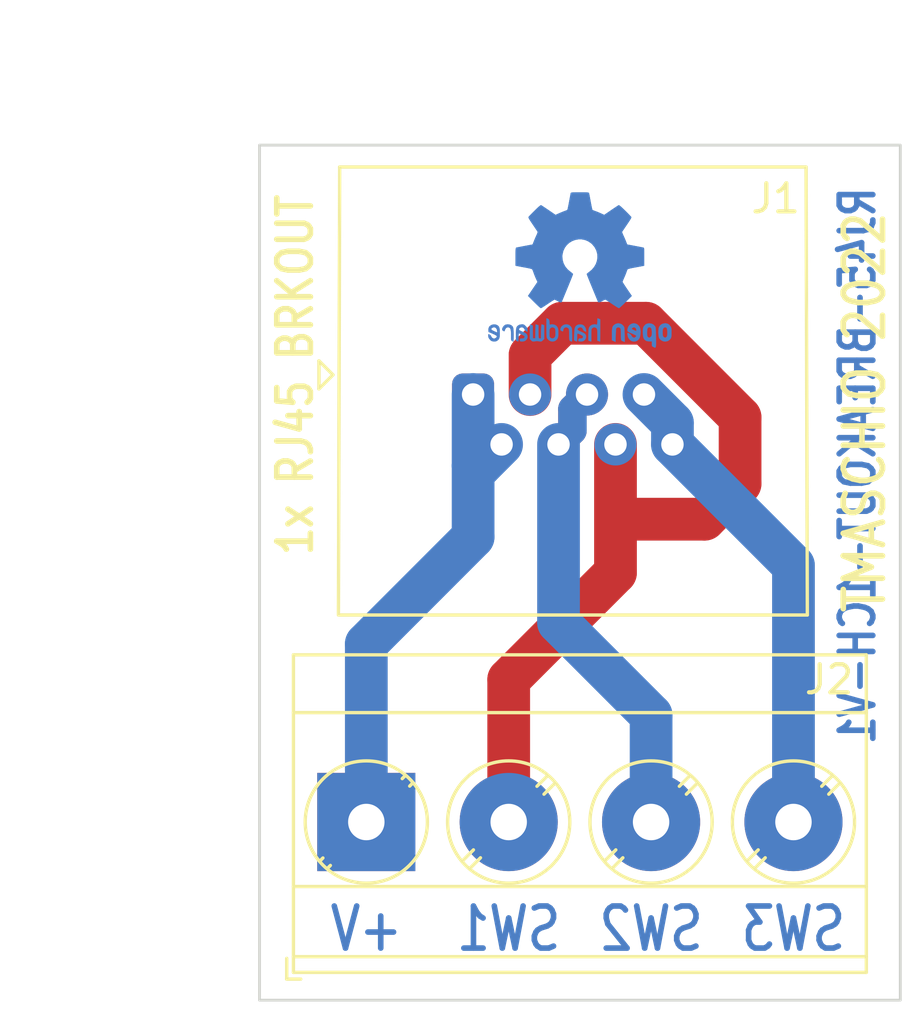
<source format=kicad_pcb>
(kicad_pcb (version 20221018) (generator pcbnew)
  (title_block (title "ESP 6 Relay Module"))
  (layers (0 "F.Cu" signal) (31 "B.Cu" signal) (34 "B.Paste" user) (35 "F.Paste" user) (36 "B.SilkS" user "B.Silkscreen") (37 "F.SilkS" user "F.Silkscreen") (38 "B.Mask" user) (39 "F.Mask" user) (44 "Edge.Cuts" user))
  (net 0 "")
  (net 1 "Net-(J1-Pad1)")
  (net 2 "Net-(J1-Pad3)")
  (net 3 "Net-(J1-Pad4)")
  (net 4 "Net-(J1-Pad7)")
  (footprint "Tales:RJ45_Amphenol_RJHSE5080" (layer "F.Cu") (at 144.78 92.71)
    (fp_text reference "J1" (at 10.795 -6.985) (layer "F.SilkS"))
    (fp_text value "RJ45")
    (fp_line (start -5.5 -1.2) (end -5 -0.7) (stroke (width 0.12)) (layer "F.SilkS"))
    (fp_line (start -5.5 -0.2) (end -5.5 -1.2) (stroke (width 0.12)) (layer "F.SilkS"))
    (fp_line (start -5 -0.7) (end -5.5 -0.2) (stroke (width 0.12)) (layer "F.SilkS"))
    (fp_line (start -4.805 7.86) (end -4.76 -8.11) (stroke (width 0.12)) (layer "F.SilkS"))
    (fp_line (start -4.76 -8.11) (end 11.88 -8.11) (stroke (width 0.12)) (layer "F.SilkS"))
    (fp_line (start -4.76 7.86) (end 11.925 7.86) (stroke (width 0.12)) (layer "F.SilkS"))
    (fp_line (start 11.925 7.86) (end 11.88 -8.11) (stroke (width 0.12)) (layer "F.SilkS"))
    (pad "" np_thru_hole circle (at -2.79 -2.54) (size 3.25 3.25) (drill 3.25) (layers "*.Cu" "*.Mask"))
    (pad "" np_thru_hole circle (at 9.91 -2.54) (size 3.25 3.25) (drill 3.25) (layers "*.Cu" "*.Mask"))
    (pad "1" thru_hole roundrect (at 0 0) (size 1.5 1.5) (drill 0.8) (layers "*.Cu" "*.Mask") (net 1 "Net-(J1-Pad1)"))
    (pad "2" thru_hole circle (at 1.016 1.78) (size 1.5 1.5) (drill 0.8) (layers "*.Cu" "*.Mask") (net 1 "Net-(J1-Pad1)"))
    (pad "3" thru_hole circle (at 2.032 0) (size 1.5 1.5) (drill 0.8) (layers "*.Cu" "*.Mask") (net 2 "Net-(J1-Pad3)"))
    (pad "4" thru_hole circle (at 3.048 1.78) (size 1.5 1.5) (drill 0.8) (layers "*.Cu" "*.Mask") (net 3 "Net-(J1-Pad4)"))
    (pad "5" thru_hole circle (at 4.064 0) (size 1.5 1.5) (drill 0.8) (layers "*.Cu" "*.Mask") (net 3 "Net-(J1-Pad4)"))
    (pad "6" thru_hole circle (at 5.08 1.78) (size 1.5 1.5) (drill 0.8) (layers "*.Cu" "*.Mask") (net 2 "Net-(J1-Pad3)"))
    (pad "7" thru_hole circle (at 6.096 0) (size 1.5 1.5) (drill 0.8) (layers "*.Cu" "*.Mask") (net 4 "Net-(J1-Pad7)"))
    (pad "8" thru_hole circle (at 7.112 1.78) (size 1.5 1.5) (drill 0.8) (layers "*.Cu" "*.Mask") (net 4 "Net-(J1-Pad7)"))
  )
  (footprint "Tales:TerminalBlock_Phoenix_MKDS-3-4-5.08_1x04_P5.08mm_Horizontal" (layer "F.Cu") (at 140.97 107.95)
    (fp_text reference "J2" (at 16.51 -5.08) (layer "F.SilkS"))
    (fp_text value "Screw_Terminal_01x04")
    (fp_line (start -2.84 4.86) (end -2.84 5.6) (stroke (width 0.12)) (layer "F.SilkS"))
    (fp_line (start -2.84 5.6) (end -2.34 5.6) (stroke (width 0.12)) (layer "F.SilkS"))
    (fp_line (start -2.6 -5.96) (end -2.6 5.36) (stroke (width 0.12)) (layer "F.SilkS"))
    (fp_line (start -2.6 -5.96) (end 17.84 -5.96) (stroke (width 0.12)) (layer "F.SilkS"))
    (fp_line (start -2.6 -3.9) (end 17.84 -3.9) (stroke (width 0.12)) (layer "F.SilkS"))
    (fp_line (start -2.6 2.3) (end 17.84 2.3) (stroke (width 0.12)) (layer "F.SilkS"))
    (fp_line (start -2.6 4.8) (end 17.84 4.8) (stroke (width 0.12)) (layer "F.SilkS"))
    (fp_line (start -2.6 5.36) (end 17.84 5.36) (stroke (width 0.12)) (layer "F.SilkS"))
    (fp_line (start -1.548 1.281) (end -1.654 1.388) (stroke (width 0.12)) (layer "F.SilkS"))
    (fp_line (start -1.282 1.547) (end -1.388 1.654) (stroke (width 0.12)) (layer "F.SilkS"))
    (fp_line (start 1.388 -1.654) (end 1.281 -1.547) (stroke (width 0.12)) (layer "F.SilkS"))
    (fp_line (start 1.654 -1.388) (end 1.547 -1.281) (stroke (width 0.12)) (layer "F.SilkS"))
    (fp_line (start 3.822 0.992) (end 3.427 1.388) (stroke (width 0.12)) (layer "F.SilkS"))
    (fp_line (start 4.073 1.274) (end 3.693 1.654) (stroke (width 0.12)) (layer "F.SilkS"))
    (fp_line (start 6.468 -1.654) (end 6.088 -1.274) (stroke (width 0.12)) (layer "F.SilkS"))
    (fp_line (start 6.734 -1.388) (end 6.339 -0.992) (stroke (width 0.12)) (layer "F.SilkS"))
    (fp_line (start 8.902 0.992) (end 8.507 1.388) (stroke (width 0.12)) (layer "F.SilkS"))
    (fp_line (start 9.153 1.274) (end 8.773 1.654) (stroke (width 0.12)) (layer "F.SilkS"))
    (fp_line (start 11.548 -1.654) (end 11.168 -1.274) (stroke (width 0.12)) (layer "F.SilkS"))
    (fp_line (start 11.814 -1.388) (end 11.419 -0.992) (stroke (width 0.12)) (layer "F.SilkS"))
    (fp_line (start 13.982 0.992) (end 13.587 1.388) (stroke (width 0.12)) (layer "F.SilkS"))
    (fp_line (start 14.233 1.274) (end 13.853 1.654) (stroke (width 0.12)) (layer "F.SilkS"))
    (fp_line (start 16.628 -1.654) (end 16.248 -1.274) (stroke (width 0.12)) (layer "F.SilkS"))
    (fp_line (start 16.894 -1.388) (end 16.499 -0.992) (stroke (width 0.12)) (layer "F.SilkS"))
    (fp_line (start 17.84 -5.96) (end 17.84 5.36) (stroke (width 0.12)) (layer "F.SilkS"))
    (fp_circle (center 0 0) (end 2.18 0) (stroke (width 0.12)) (fill none) (layer "F.SilkS"))
    (fp_circle (center 5.08 0) (end 7.26 0) (stroke (width 0.12)) (fill none) (layer "F.SilkS"))
    (fp_circle (center 10.16 0) (end 12.34 0) (stroke (width 0.12)) (fill none) (layer "F.SilkS"))
    (fp_circle (center 15.24 0) (end 17.42 0) (stroke (width 0.12)) (fill none) (layer "F.SilkS"))
    (pad "1" thru_hole rect (at 0 0) (size 3.5 3.5) (drill 1.3) (layers "*.Cu" "*.Mask") (net 1 "Net-(J1-Pad1)"))
    (pad "2" thru_hole circle (at 5.08 0) (size 3.5 3.5) (drill 1.3) (layers "*.Cu" "*.Mask") (net 2 "Net-(J1-Pad3)"))
    (pad "3" thru_hole circle (at 10.16 0) (size 3.5 3.5) (drill 1.3) (layers "*.Cu" "*.Mask") (net 3 "Net-(J1-Pad4)"))
    (pad "4" thru_hole circle (at 15.24 0) (size 3.5 3.5) (drill 1.3) (layers "*.Cu" "*.Mask") (net 4 "Net-(J1-Pad7)"))
  )
  (footprint "Symbol:OSHW-Logo2_7.3x6mm_Copper" (layer "B.Cu") (at 148.59 88.265 180)
    (fp_text reference "REF**" hide)
    (fp_text value "OSHW-Logo2_7.3x6mm_Copper" hide)
    (fp_poly (pts (xy 2.6526 -1.958752) (xy 2.669948 -1.966334) (xy 2.711356 -1.999128) (xy 2.746765 -2.046547) (xy 2.768664 -2.097151) (xy 2.772229 -2.122098) (xy 2.760279 -2.156927) (xy 2.734067 -2.175357) (xy 2.705964 -2.186516) (xy 2.693095 -2.188572) (xy 2.686829 -2.173649) (xy 2.674456 -2.141175) (xy 2.669028 -2.126502) (xy 2.63859 -2.075744) (xy 2.59452 -2.050427) (xy 2.53801 -2.051206) (xy 2.533825 -2.052203) (xy 2.503655 -2.066507) (xy 2.481476 -2.094393) (xy 2.466327 -2.139287) (xy 2.45725 -2.204615) (xy 2.453286 -2.293804) (xy 2.452914 -2.341261) (xy 2.45273 -2.416071) (xy 2.451522 -2.467069) (xy 2.448309 -2.499471) (xy 2.442109 -2.518495) (xy 2.43194 -2.529356) (xy 2.416819 -2.537272) (xy 2.415946 -2.53767) (xy 2.386828 -2.549981) (xy 2.372403 -2.554514) (xy 2.370186 -2.540809) (xy 2.368289 -2.502925) (xy 2.366847 -2.445715) (xy 2.365998 -2.374027) (xy 2.365829 -2.321565) (xy 2.366692 -2.220047) (xy 2.37007 -2.143032) (xy 2.377142 -2.086023) (xy 2.389088 -2.044526) (xy 2.40709 -2.014043) (xy 2.432327 -1.99008) (xy 2.457247 -1.973355) (xy 2.517171 -1.951097) (xy 2.586911 -1.946076) (xy 2.6526 -1.958752)) (stroke (width 0.01)) (fill solid) (layer "B.Cu"))
    (fp_poly (pts (xy -1.283907 -1.92778) (xy -1.237328 -1.954723) (xy -1.204943 -1.981466) (xy -1.181258 -2.009484) (xy -1.164941 -2.043748) (xy -1.154661 -2.089227) (xy -1.149086 -2.150892) (xy -1.146884 -2.233711) (xy -1.146629 -2.293246) (xy -1.146629 -2.512391) (xy -1.208314 -2.540044) (xy -1.27 -2.567697) (xy -1.277257 -2.32767) (xy -1.280256 -2.238028) (xy -1.283402 -2.172962) (xy -1.287299 -2.128026) (xy -1.292553 -2.09877) (xy -1.299769 -2.080748) (xy -1.30955 -2.069511) (xy -1.312688 -2.067079) (xy -1.360239 -2.048083) (xy -1.408303 -2.0556) (xy -1.436914 -2.075543) (xy -1.448553 -2.089675) (xy -1.456609 -2.10822) (xy -1.461729 -2.136334) (xy -1.464559 -2.179173) (xy -1.465744 -2.241895) (xy -1.465943 -2.307261) (xy -1.465982 -2.389268) (xy -1.467386 -2.447316) (xy -1.472086 -2.486465) (xy -1.482013 -2.51178) (xy -1.499097 -2.528323) (xy -1.525268 -2.541156) (xy -1.560225 -2.554491) (xy -1.598404 -2.569007) (xy -1.593859 -2.311389) (xy -1.592029 -2.218519) (xy -1.589888 -2.149889) (xy -1.586819 -2.100711) (xy -1.582206 -2.066198) (xy -1.575432 -2.041562) (xy -1.565881 -2.022016) (xy -1.554366 -2.00477) (xy -1.49881 -1.94968) (xy -1.43102 -1.917822) (xy -1.357287 -1.910191) (xy -1.283907 -1.92778)) (stroke (width 0.01)) (fill solid) (layer "B.Cu"))
    (fp_poly (pts (xy 0.529926 -1.949755) (xy 0.595858 -1.974084) (xy 0.649273 -2.017117) (xy 0.670164 -2.047409) (xy 0.692939 -2.102994) (xy 0.692466 -2.143186) (xy 0.668562 -2.170217) (xy 0.659717 -2.174813) (xy 0.62153 -2.189144) (xy 0.602028 -2.185472) (xy 0.595422 -2.161407) (xy 0.595086 -2.148114) (xy 0.582992 -2.09921) (xy 0.551471 -2.064999) (xy 0.507659 -2.048476) (xy 0.458695 -2.052634) (xy 0.418894 -2.074227) (xy 0.40545 -2.086544) (xy 0.395921 -2.101487) (xy 0.389485 -2.124075) (xy 0.385317 -2.159328) (xy 0.382597 -2.212266) (xy 0.380502 -2.287907) (xy 0.37996 -2.311857) (xy 0.377981 -2.39379) (xy 0.375731 -2.451455) (xy 0.372357 -2.489608) (xy 0.367006 -2.513004) (xy 0.358824 -2.526398) (xy 0.346959 -2.534545) (xy 0.339362 -2.538144) (xy 0.307102 -2.550452) (xy 0.288111 -2.554514) (xy 0.281836 -2.540948) (xy 0.278006 -2.499934) (xy 0.2766 -2.430999) (xy 0.277598 -2.333669) (xy 0.277908 -2.318657) (xy 0.280101 -2.229859) (xy 0.282693 -2.165019) (xy 0.286382 -2.119067) (xy 0.291864 -2.086935) (xy 0.299835 -2.063553) (xy 0.310993 -2.043852) (xy 0.31683 -2.03541) (xy 0.350296 -1.998057) (xy 0.387727 -1.969003) (xy 0.392309 -1.966467) (xy 0.459426 -1.946443) (xy 0.529926 -1.949755)) (stroke (width 0.01)) (fill solid) (layer "B.Cu"))
    (fp_poly (pts (xy -0.624114 -1.851289) (xy -0.619861 -1.910613) (xy -0.614975 -1.945572) (xy -0.608205 -1.96082) (xy -0.598298 -1.961015) (xy -0.595086 -1.959195) (xy -0.552356 -1.946015) (xy -0.496773 -1.946785) (xy -0.440263 -1.960333) (xy -0.404918 -1.977861) (xy -0.368679 -2.005861) (xy -0.342187 -2.037549) (xy -0.324001 -2.077813) (xy -0.312678 -2.131543) (xy -0.306778 -2.203626) (xy -0.304857 -2.298951) (xy -0.304823 -2.317237) (xy -0.3048 -2.522646) (xy -0.350509 -2.53858) (xy -0.382973 -2.54942) (xy -0.400785 -2.554468) (xy -0.401309 -2.554514) (xy -0.403063 -2.540828) (xy -0.404556 -2.503076) (xy -0.405674 -2.446224) (xy -0.406303 -2.375234) (xy -0.4064 -2.332073) (xy -0.406602 -2.246973) (xy -0.407642 -2.185981) (xy -0.410169 -2.144177) (xy -0.414836 -2.116642) (xy -0.422293 -2.098456) (xy -0.433189 -2.084698) (xy -0.439993 -2.078073) (xy -0.486728 -2.051375) (xy -0.537728 -2.049375) (xy -0.583999 -2.071955) (xy -0.592556 -2.080107) (xy -0.605107 -2.095436) (xy -0.613812 -2.113618) (xy -0.619369 -2.139909) (xy -0.622474 -2.179562) (xy -0.623824 -2.237832) (xy -0.624114 -2.318173) (xy -0.624114 -2.522646) (xy -0.669823 -2.53858) (xy -0.702287 -2.54942) (xy -0.720099 -2.554468) (xy -0.720623 -2.554514) (xy -0.721963 -2.540623) (xy -0.723172 -2.501439) (xy -0.724199 -2.4407) (xy -0.724998 -2.362141) (xy -0.725519 -2.269498) (xy -0.725714 -2.166509) (xy -0.725714 -1.769342) (xy -0.678543 -1.749444) (xy -0.631371 -1.729547) (xy -0.624114 -1.851289)) (stroke (width 0.01)) (fill solid) (layer "B.Cu"))
    (fp_poly (pts (xy 1.779833 -1.958663) (xy 1.782048 -1.99685) (xy 1.783784 -2.054886) (xy 1.784899 -2.12818) (xy 1.785257 -2.205055) (xy 1.785257 -2.465196) (xy 1.739326 -2.511127) (xy 1.707675 -2.539429) (xy 1.67989 -2.550893) (xy 1.641915 -2.550168) (xy 1.62684 -2.548321) (xy 1.579726 -2.542948) (xy 1.540756 -2.539869) (xy 1.531257 -2.539585) (xy 1.499233 -2.541445) (xy 1.453432 -2.546114) (xy 1.435674 -2.548321) (xy 1.392057 -2.551735) (xy 1.362745 -2.54432) (xy 1.33368 -2.521427) (xy 1.323188 -2.511127) (xy 1.277257 -2.465196) (xy 1.277257 -1.978602) (xy 1.314226 -1.961758) (xy 1.346059 -1.949282) (xy 1.364683 -1.944914) (xy 1.369458 -1.958718) (xy 1.373921 -1.997286) (xy 1.377775 -2.056356) (xy 1.380722 -2.131663) (xy 1.382143 -2.195286) (xy 1.386114 -2.445657) (xy 1.420759 -2.450556) (xy 1.452268 -2.447131) (xy 1.467708 -2.436041) (xy 1.472023 -2.415308) (xy 1.475708 -2.371145) (xy 1.478469 -2.309146) (xy 1.480012 -2.234909) (xy 1.480235 -2.196706) (xy 1.480457 -1.976783) (xy 1.526166 -1.960849) (xy 1.558518 -1.950015) (xy 1.576115 -1.944962) (xy 1.576623 -1.944914) (xy 1.578388 -1.958648) (xy 1.580329 -1.99673) (xy 1.582282 -2.054482) (xy 1.584084 -2.127227) (xy 1.585343 -2.195286) (xy 1.589314 -2.445657) (xy 1.6764 -2.445657) (xy 1.680396 -2.21724) (xy 1.684392 -1.988822) (xy 1.726847 -1.966868) (xy 1.758192 -1.951793) (xy 1.776744 -1.944951) (xy 1.777279 -1.944914) (xy 1.779833 -1.958663)) (stroke (width 0.01)) (fill solid) (layer "B.Cu"))
    (fp_poly (pts (xy -2.958885 -1.921962) (xy -2.890855 -1.957733) (xy -2.840649 -2.015301) (xy -2.822815 -2.052312) (xy -2.808937 -2.107882) (xy -2.801833 -2.178096) (xy -2.80116 -2.254727) (xy -2.806573 -2.329552) (xy -2.81773 -2.394342) (xy -2.834286 -2.440873) (xy -2.839374 -2.448887) (xy -2.899645 -2.508707) (xy -2.971231 -2.544535) (xy -3.048908 -2.55502) (xy -3.127452 -2.53881) (xy -3.149311 -2.529092) (xy -3.191878 -2.499143) (xy -3.229237 -2.459433) (xy -3.232768 -2.454397) (xy -3.247119 -2.430124) (xy -3.256606 -2.404178) (xy -3.26221 -2.370022) (xy -3.264914 -2.321119) (xy -3.265701 -2.250935) (xy -3.265714 -2.2352) (xy -3.265678 -2.230192) (xy -3.120571 -2.230192) (xy -3.119727 -2.29643) (xy -3.116404 -2.340386) (xy -3.109417 -2.368779) (xy -3.097584 -2.388325) (xy -3.091543 -2.394857) (xy -3.056814 -2.41968) (xy -3.023097 -2.418548) (xy -2.989005 -2.397016) (xy -2.968671 -2.374029) (xy -2.956629 -2.340478) (xy -2.949866 -2.287569) (xy -2.949402 -2.281399) (xy -2.948248 -2.185513) (xy -2.960312 -2.114299) (xy -2.98543 -2.068194) (xy -3.02344 -2.047635) (xy -3.037008 -2.046514) (xy -3.072636 -2.052152) (xy -3.097006 -2.071686) (xy -3.111907 -2.109042) (xy -3.119125 -2.16815) (xy -3.120571 -2.230192) (xy -3.265678 -2.230192) (xy -3.265174 -2.160413) (xy -3.262904 -2.108159) (xy -3.257932 -2.071949) (xy -3.249287 -2.045299) (xy -3.235995 -2.021722) (xy -3.233057 -2.017338) (xy -3.183687 -1.958249) (xy -3.129891 -1.923947) (xy -3.064398 -1.910331) (xy -3.042158 -1.909665) (xy -2.958885 -1.921962)) (stroke (width 0.01)) (fill solid) (layer "B.Cu"))
    (fp_poly (pts (xy 3.153595 -1.966966) (xy 3.211021 -2.004497) (xy 3.238719 -2.038096) (xy 3.260662 -2.099064) (xy 3.262405 -2.147308) (xy 3.258457 -2.211816) (xy 3.109686 -2.276934) (xy 3.037349 -2.310202) (xy 2.990084 -2.336964) (xy 2.965507 -2.360144) (xy 2.961237 -2.382667) (xy 2.974889 -2.407455) (xy 2.989943 -2.423886) (xy 3.033746 -2.450235) (xy 3.081389 -2.452081) (xy 3.125145 -2.431546) (xy 3.157289 -2.390752) (xy 3.163038 -2.376347) (xy 3.190576 -2.331356) (xy 3.222258 -2.312182) (xy 3.265714 -2.295779) (xy 3.265714 -2.357966) (xy 3.261872 -2.400283) (xy 3.246823 -2.435969) (xy 3.21528 -2.476943) (xy 3.210592 -2.482267) (xy 3.175506 -2.51872) (xy 3.145347 -2.538283) (xy 3.107615 -2.547283) (xy 3.076335 -2.55023) (xy 3.020385 -2.550965) (xy 2.980555 -2.54166) (xy 2.955708 -2.527846) (xy 2.916656 -2.497467) (xy 2.889625 -2.464613) (xy 2.872517 -2.423294) (xy 2.863238 -2.367521) (xy 2.859693 -2.291305) (xy 2.85941 -2.252622) (xy 2.860372 -2.206247) (xy 2.948007 -2.206247) (xy 2.949023 -2.231126) (xy 2.951556 -2.2352) (xy 2.968274 -2.229665) (xy 3.004249 -2.215017) (xy 3.052331 -2.19419) (xy 3.062386 -2.189714) (xy 3.123152 -2.158814) (xy 3.156632 -2.131657) (xy 3.16399 -2.10622) (xy 3.146391 -2.080481) (xy 3.131856 -2.069109) (xy 3.07941 -2.046364) (xy 3.030322 -2.050122) (xy 2.989227 -2.077884) (xy 2.960758 -2.127152) (xy 2.951631 -2.166257) (xy 2.948007 -2.206247) (xy 2.860372 -2.206247) (xy 2.861285 -2.162249) (xy 2.868196 -2.095384) (xy 2.881884 -2.046695) (xy 2.904096 -2.010849) (xy 2.936574 -1.982513) (xy 2.950733 -1.973355) (xy 3.015053 -1.949507) (xy 3.085473 -1.948006) (xy 3.153595 -1.966966)) (stroke (width 0.01)) (fill solid) (layer "B.Cu"))
    (fp_poly (pts (xy 1.190117 -2.065358) (xy 1.189933 -2.173837) (xy 1.189219 -2.257287) (xy 1.187675 -2.319704) (xy 1.185001 -2.365085) (xy 1.180894 -2.397429) (xy 1.175055 -2.420733) (xy 1.167182 -2.438995) (xy 1.161221 -2.449418) (xy 1.111855 -2.505945) (xy 1.049264 -2.541377) (xy 0.980013 -2.55409) (xy 0.910668 -2.542463) (xy 0.869375 -2.521568) (xy 0.826025 -2.485422) (xy 0.796481 -2.441276) (xy 0.778655 -2.383462) (xy 0.770463 -2.306313) (xy 0.769302 -2.249714) (xy 0.769458 -2.245647) (xy 0.870857 -2.245647) (xy 0.871476 -2.31055) (xy 0.874314 -2.353514) (xy 0.88084 -2.381622) (xy 0.892523 -2.401953) (xy 0.906483 -2.417288) (xy 0.953365 -2.44689) (xy 1.003701 -2.449419) (xy 1.051276 -2.424705) (xy 1.054979 -2.421356) (xy 1.070783 -2.403935) (xy 1.080693 -2.383209) (xy 1.086058 -2.352362) (xy 1.088228 -2.304577) (xy 1.088571 -2.251748) (xy 1.087827 -2.185381) (xy 1.084748 -2.141106) (xy 1.078061 -2.112009) (xy 1.066496 -2.091173) (xy 1.057013 -2.080107) (xy 1.01296 -2.052198) (xy 0.962224 -2.048843) (xy 0.913796 -2.070159) (xy 0.90445 -2.078073) (xy 0.88854 -2.095647) (xy 0.87861 -2.116587) (xy 0.873278 -2.147782) (xy 0.871163 -2.196122) (xy 0.870857 -2.245647) (xy 0.769458 -2.245647) (xy 0.77281 -2.158568) (xy 0.784726 -2.090086) (xy 0.807135 -2.0386) (xy 0.842124 -1.998443) (xy 0.869375 -1.977861) (xy 0.918907 -1.955625) (xy 0.976316 -1.945304) (xy 1.029682 -1.948067) (xy 1.059543 -1.959212) (xy 1.071261 -1.962383) (xy 1.079037 -1.950557) (xy 1.084465 -1.918866) (xy 1.088571 -1.870593) (xy 1.093067 -1.816829) (xy 1.099313 -1.784482) (xy 1.110676 -1.765985) (xy 1.130528 -1.75377) (xy 1.143 -1.748362) (xy 1.190171 -1.728601) (xy 1.190117 -2.065358)) (stroke (width 0.01)) (fill solid) (layer "B.Cu"))
    (fp_poly (pts (xy -1.831697 -1.931239) (xy -1.774473 -1.969735) (xy -1.730251 -2.025335) (xy -1.703833 -2.096086) (xy -1.69849 -2.148162) (xy -1.699097 -2.169893) (xy -1.704178 -2.186531) (xy -1.718145 -2.201437) (xy -1.745411 -2.217973) (xy -1.790388 -2.239498) (xy -1.857489 -2.269374) (xy -1.857829 -2.269524) (xy -1.919593 -2.297813) (xy -1.970241 -2.322933) (xy -2.004596 -2.342179) (xy -2.017482 -2.352848) (xy -2.017486 -2.352934) (xy -2.006128 -2.376166) (xy -1.979569 -2.401774) (xy -1.949077 -2.420221) (xy -1.93363 -2.423886) (xy -1.891485 -2.411212) (xy -1.855192 -2.379471) (xy -1.837483 -2.344572) (xy -1.820448 -2.318845) (xy -1.787078 -2.289546) (xy -1.747851 -2.264235) (xy -1.713244 -2.250471) (xy -1.706007 -2.249714) (xy -1.697861 -2.26216) (xy -1.69737 -2.293972) (xy -1.703357 -2.336866) (xy -1.714643 -2.382558) (xy -1.73005 -2.422761) (xy -1.730829 -2.424322) (xy -1.777196 -2.489062) (xy -1.837289 -2.533097) (xy -1.905535 -2.554711) (xy -1.976362 -2.552185) (xy -2.044196 -2.523804) (xy -2.047212 -2.521808) (xy -2.100573 -2.473448) (xy -2.13566 -2.410352) (xy -2.155078 -2.327387) (xy -2.157684 -2.304078) (xy -2.162299 -2.194055) (xy -2.156767 -2.142748) (xy -2.017486 -2.142748) (xy -2.015676 -2.174753) (xy -2.005778 -2.184093) (xy -1.981102 -2.177105) (xy -1.942205 -2.160587) (xy -1.898725 -2.139881) (xy -1.897644 -2.139333) (xy -1.860791 -2.119949) (xy -1.846 -2.107013) (xy -1.849647 -2.093451) (xy -1.865005 -2.075632) (xy -1.904077 -2.049845) (xy -1.946154 -2.04795) (xy -1.983897 -2.066717) (xy -2.009966 -2.102915) (xy -2.017486 -2.142748) (xy -2.156767 -2.142748) (xy -2.152806 -2.106027) (xy -2.12845 -2.036212) (xy -2.094544 -1.987302) (xy -2.033347 -1.937878) (xy -1.965937 -1.913359) (xy -1.89712 -1.911797) (xy -1.831697 -1.931239)) (stroke (width 0.01)) (fill solid) (layer "B.Cu"))
    (fp_poly (pts (xy 0.039744 -1.950968) (xy 0.096616 -1.972087) (xy 0.097267 -1.972493) (xy 0.13244 -1.99838) (xy 0.158407 -2.028633) (xy 0.17667 -2.068058) (xy 0.188732 -2.121462) (xy 0.196096 -2.193651) (xy 0.200264 -2.289432) (xy 0.200629 -2.303078) (xy 0.205876 -2.508842) (xy 0.161716 -2.531678) (xy 0.129763 -2.54711) (xy 0.11047 -2.554423) (xy 0.109578 -2.554514) (xy 0.106239 -2.541022) (xy 0.103587 -2.504626) (xy 0.101956 -2.451452) (xy 0.1016 -2.408393) (xy 0.101592 -2.338641) (xy 0.098403 -2.294837) (xy 0.087288 -2.273944) (xy 0.063501 -2.272925) (xy 0.022296 -2.288741) (xy -0.039914 -2.317815) (xy -0.085659 -2.341963) (xy -0.109187 -2.362913) (xy -0.116104 -2.385747) (xy -0.116114 -2.386877) (xy -0.104701 -2.426212) (xy -0.070908 -2.447462) (xy -0.019191 -2.450539) (xy 0.018061 -2.450006) (xy 0.037703 -2.460735) (xy 0.049952 -2.486505) (xy 0.057002 -2.519337) (xy 0.046842 -2.537966) (xy 0.043017 -2.540632) (xy 0.007001 -2.55134) (xy -0.043434 -2.552856) (xy -0.095374 -2.545759) (xy -0.132178 -2.532788) (xy -0.183062 -2.489585) (xy -0.211986 -2.429446) (xy -0.217714 -2.382462) (xy -0.213343 -2.340082) (xy -0.197525 -2.305488) (xy -0.166203 -2.274763) (xy -0.115322 -2.24399) (xy -0.040824 -2.209252) (xy -0.036286 -2.207288) (xy 0.030821 -2.176287) (xy 0.072232 -2.150862) (xy 0.089981 -2.128014) (xy 0.086107 -2.104745) (xy 0.062643 -2.078056) (xy 0.055627 -2.071914) (xy 0.00863 -2.0481) (xy -0.040067 -2.049103) (xy -0.082478 -2.072451) (xy -0.110616 -2.115675) (xy -0.113231 -2.12416) (xy -0.138692 -2.165308) (xy -0.170999 -2.185128) (xy -0.217714 -2.20477) (xy -0.217714 -2.15395) (xy -0.203504 -2.080082) (xy -0.161325 -2.012327) (xy -0.139376 -1.989661) (xy -0.089483 -1.960569) (xy -0.026033 -1.9474) (xy 0.039744 -1.950968)) (stroke (width 0.01)) (fill solid) (layer "B.Cu"))
    (fp_poly (pts (xy -2.400256 -1.919918) (xy -2.344799 -1.947568) (xy -2.295852 -1.99848) (xy -2.282371 -2.017338) (xy -2.267686 -2.042015) (xy -2.258158 -2.068816) (xy -2.252707 -2.104587) (xy -2.250253 -2.156169) (xy -2.249714 -2.224267) (xy -2.252148 -2.317588) (xy -2.260606 -2.387657) (xy -2.276826 -2.439931) (xy -2.302546 -2.479869) (xy -2.339503 -2.512929) (xy -2.342218 -2.514886) (xy -2.37864 -2.534908) (xy -2.422498 -2.544815) (xy -2.478276 -2.547257) (xy -2.568952 -2.547257) (xy -2.56899 -2.635283) (xy -2.569834 -2.684308) (xy -2.574976 -2.713065) (xy -2.588413 -2.730311) (xy -2.614142 -2.744808) (xy -2.620321 -2.747769) (xy -2.649236 -2.761648) (xy -2.671624 -2.770414) (xy -2.688271 -2.771171) (xy -2.699964 -2.761023) (xy -2.70749 -2.737073) (xy -2.711634 -2.696426) (xy -2.713185 -2.636186) (xy -2.712929 -2.553455) (xy -2.711651 -2.445339) (xy -2.711252 -2.413) (xy -2.709815 -2.301524) (xy -2.708528 -2.228603) (xy -2.569029 -2.228603) (xy -2.568245 -2.290499) (xy -2.56476 -2.330997) (xy -2.556876 -2.357708) (xy -2.542895 -2.378244) (xy -2.533403 -2.38826) (xy -2.494596 -2.417567) (xy -2.460237 -2.419952) (xy -2.424784 -2.39575) (xy -2.423886 -2.394857) (xy -2.409461 -2.376153) (xy -2.400687 -2.350732) (xy -2.396261 -2.311584) (xy -2.394882 -2.251697) (xy -2.394857 -2.23843) (xy -2.398188 -2.155901) (xy -2.409031 -2.098691) (xy -2.42866 -2.063766) (xy -2.45835 -2.048094) (xy -2.475509 -2.046514) (xy -2.516234 -2.053926) (xy -2.544168 -2.07833) (xy -2.560983 -2.12298) (xy -2.56835 -2.19113) (xy -2.569029 -2.228603) (xy -2.708528 -2.228603) (xy -2.708292 -2.215245) (xy -2.706323 -2.150333) (xy -2.70355 -2.102958) (xy -2.699612 -2.06929) (xy -2.694151 -2.045498) (xy -2.686808 -2.027753) (xy -2.677223 -2.012224) (xy -2.673113 -2.006381) (xy -2.618595 -1.951185) (xy -2.549664 -1.91989) (xy -2.469928 -1.911165) (xy -2.400256 -1.919918)) (stroke (width 0.01)) (fill solid) (layer "B.Cu"))
    (fp_poly (pts (xy 2.144876 -1.956335) (xy 2.186667 -1.975344) (xy 2.219469 -1.998378) (xy 2.243503 -2.024133) (xy 2.260097 -2.057358) (xy 2.270577 -2.1028) (xy 2.276271 -2.165207) (xy 2.278507 -2.249327) (xy 2.278743 -2.304721) (xy 2.278743 -2.520826) (xy 2.241774 -2.53767) (xy 2.212656 -2.549981) (xy 2.198231 -2.554514) (xy 2.195472 -2.541025) (xy 2.193282 -2.504653) (xy 2.191942 -2.451542) (xy 2.191657 -2.409372) (xy 2.190434 -2.348447) (xy 2.187136 -2.300115) (xy 2.182321 -2.270518) (xy 2.178496 -2.264229) (xy 2.152783 -2.270652) (xy 2.112418 -2.287125) (xy 2.065679 -2.309458) (xy 2.020845 -2.333457) (xy 1.986193 -2.35493) (xy 1.970002 -2.369685) (xy 1.969938 -2.369845) (xy 1.97133 -2.397152) (xy 1.983818 -2.423219) (xy 2.005743 -2.444392) (xy 2.037743 -2.451474) (xy 2.065092 -2.450649) (xy 2.103826 -2.450042) (xy 2.124158 -2.459116) (xy 2.136369 -2.483092) (xy 2.137909 -2.487613) (xy 2.143203 -2.521806) (xy 2.129047 -2.542568) (xy 2.092148 -2.552462) (xy 2.052289 -2.554292) (xy 1.980562 -2.540727) (xy 1.943432 -2.521355) (xy 1.897576 -2.475845) (xy 1.873256 -2.419983) (xy 1.871073 -2.360957) (xy 1.891629 -2.305953) (xy 1.922549 -2.271486) (xy 1.95342 -2.252189) (xy 2.001942 -2.227759) (xy 2.058485 -2.202985) (xy 2.06791 -2.199199) (xy 2.130019 -2.171791) (xy 2.165822 -2.147634) (xy 2.177337 -2.123619) (xy 2.16658 -2.096635) (xy 2.148114 -2.075543) (xy 2.104469 -2.049572) (xy 2.056446 -2.047624) (xy 2.012406 -2.067637) (xy 1.980709 -2.107551) (xy 1.976549 -2.117848) (xy 1.952327 -2.155724) (xy 1.916965 -2.183842) (xy 1.872343 -2.206917) (xy 1.872343 -2.141485) (xy 1.874969 -2.101506) (xy 1.88623 -2.069997) (xy 1.911199 -2.036378) (xy 1.935169 -2.010484) (xy 1.972441 -1.973817) (xy 2.001401 -1.954121) (xy 2.032505 -1.94622) (xy 2.067713 -1.944914) (xy 2.144876 -1.956335)) (stroke (width 0.01)) (fill solid) (layer "B.Cu"))
    (fp_poly (pts (xy 0.10391 2.757652) (xy 0.182454 2.757222) (xy 0.239298 2.756058) (xy 0.278105 2.753793) (xy 0.302538 2.75006) (xy 0.316262 2.744494) (xy 0.32294 2.736727) (xy 0.326236 2.726395) (xy 0.326556 2.725057) (xy 0.331562 2.700921) (xy 0.340829 2.653299) (xy 0.353392 2.587259) (xy 0.368287 2.507872) (xy 0.384551 2.420204) (xy 0.385119 2.417125) (xy 0.40141 2.331211) (xy 0.416652 2.255304) (xy 0.429861 2.193955) (xy 0.440054 2.151718) (xy 0.446248 2.133145) (xy 0.446543 2.132816) (xy 0.464788 2.123747) (xy 0.502405 2.108633) (xy 0.551271 2.090738) (xy 0.551543 2.090642) (xy 0.613093 2.067507) (xy 0.685657 2.038035) (xy 0.754057 2.008403) (xy 0.757294 2.006938) (xy 0.868702 1.956374) (xy 1.115399 2.12484) (xy 1.191077 2.176197) (xy 1.259631 2.222111) (xy 1.317088 2.25997) (xy 1.359476 2.287163) (xy 1.382825 2.301079) (xy 1.385042 2.302111) (xy 1.40201 2.297516) (xy 1.433701 2.275345) (xy 1.481352 2.234553) (xy 1.546198 2.174095) (xy 1.612397 2.109773) (xy 1.676214 2.046388) (xy 1.733329 1.988549) (xy 1.780305 1.939825) (xy 1.813703 1.90379) (xy 1.830085 1.884016) (xy 1.830694 1.882998) (xy 1.832505 1.869428) (xy 1.825683 1.847267) (xy 1.80854 1.813522) (xy 1.779393 1.7652) (xy 1.736555 1.699308) (xy 1.679448 1.614483) (xy 1.628766 1.539823) (xy 1.583461 1.47286) (xy 1.54615 1.417484) (xy 1.519452 1.37758) (xy 1.505985 1.357038) (xy 1.505137 1.355644) (xy 1.506781 1.335962) (xy 1.519245 1.297707) (xy 1.540048 1.248111) (xy 1.547462 1.232272) (xy 1.579814 1.16171) (xy 1.614328 1.081647) (xy 1.642365 1.012371) (xy 1.662568 0.960955) (xy 1.678615 0.921881) (xy 1.687888 0.901459) (xy 1.689041 0.899886) (xy 1.706096 0.897279) (xy 1.746298 0.890137) (xy 1.804302 0.879477) (xy 1.874763 0.866315) (xy 1.952335 0.851667) (xy 2.031672 0.836551) (xy 2.107431 0.821982) (xy 2.174264 0.808978) (xy 2.226828 0.798555) (xy 2.259776 0.79173) (xy 2.267857 0.789801) (xy 2.276205 0.785038) (xy 2.282506 0.774282) (xy 2.287045 0.753902) (xy 2.290104 0.720266) (xy 2.291967 0.669745) (xy 2.292918 0.598708) (xy 2.29324 0.503524) (xy 2.293257 0.464508) (xy 2.293257 0.147201) (xy 2.217057 0.132161) (xy 2.174663 0.124005) (xy 2.1114 0.112101) (xy 2.034962 0.097884) (xy 1.953043 0.08279) (xy 1.9304 0.078645) (xy 1.854806 0.063947) (xy 1.788953 0.049495) (xy 1.738366 0.036625) (xy 1.708574 0.026678) (xy 1.703612 0.023713) (xy 1.691426 0.002717) (xy 1.673953 -0.037967) (xy 1.654577 -0.090322) (xy 1.650734 -0.1016) (xy 1.625339 -0.171523) (xy 1.593817 -0.250418) (xy 1.562969 -0.321266) (xy 1.562817 -0.321595) (xy 1.511447 -0.432733) (xy 1.680399 -0.681253) (xy 1.849352 -0.929772) (xy 1.632429 -1.147058) (xy 1.566819 -1.211726) (xy 1.506979 -1.268733) (xy 1.456267 -1.315033) (xy 1.418046 -1.347584) (xy 1.395675 -1.363343) (xy 1.392466 -1.364343) (xy 1.373626 -1.356469) (xy 1.33518 -1.334578) (xy 1.28133 -1.301267) (xy 1.216276 -1.259131) (xy 1.14594 -1.211943) (xy 1.074555 -1.16381) (xy 1.010908 -1.121928) (xy 0.959041 -1.088871) (xy 0.922995 -1.067218) (xy 0.906867 -1.059543) (xy 0.887189 -1.066037) (xy 0.849875 -1.08315) (xy 0.802621 -1.107326) (xy 0.797612 -1.110013) (xy 0.733977 -1.141927) (xy 0.690341 -1.157579) (xy 0.663202 -1.157745) (xy 0.649057 -1.143204) (xy 0.648975 -1.143) (xy 0.641905 -1.125779) (xy 0.625042 -1.084899) (xy 0.599695 -1.023525) (xy 0.567171 -0.944819) (xy 0.528778 -0.851947) (xy 0.485822 -0.748072) (xy 0.444222 -0.647502) (xy 0.398504 -0.536516) (xy 0.356526 -0.433703) (xy 0.319548 -0.342215) (xy 0.288827 -0.265201) (xy 0.265622 -0.205815) (xy 0.25119 -0.167209) (xy 0.246743 -0.1528) (xy 0.257896 -0.136272) (xy 0.287069 -0.10993) (xy 0.325971 -0.080887) (xy 0.436757 0.010961) (xy 0.523351 0.116241) (xy 0.584716 0.232734) (xy 0.619815 0.358224) (xy 0.627608 0.490493) (xy 0.621943 0.551543) (xy 0.591078 0.678205) (xy 0.53792 0.790059) (xy 0.465767 0.885999) (xy 0.377917 0.964924) (xy 0.277665 1.02573) (xy 0.16831 1.067313) (xy 0.053147 1.088572) (xy -0.064525 1.088401) (xy -0.18141 1.065699) (xy -0.294211 1.019362) (xy -0.399631 0.948287) (xy -0.443632 0.908089) (xy -0.528021 0.804871) (xy -0.586778 0.692075) (xy -0.620296 0.57299) (xy -0.628965 0.450905) (xy -0.613177 0.329107) (xy -0.573322 0.210884) (xy -0.509793 0.099525) (xy -0.422979 -0.001684) (xy -0.325971 -0.080887) (xy -0.285563 -0.111162) (xy -0.257018 -0.137219) (xy -0.246743 -0.152825) (xy -0.252123 -0.169843) (xy -0.267425 -0.2105) (xy -0.291388 -0.271642) (xy -0.322756 -0.350119) (xy -0.360268 -0.44278) (xy -0.402667 -0.546472) (xy -0.444337 -0.647526) (xy -0.49031 -0.758607) (xy -0.532893 -0.861541) (xy -0.570779 -0.953165) (xy -0.60266 -1.030316) (xy -0.627229 -1.089831) (xy -0.64318 -1.128544) (xy -0.64909 -1.143) (xy -0.663052 -1.157685) (xy -0.69006 -1.157642) (xy -0.733587 -1.142099) (xy -0.79711 -1.110284) (xy -0.797612 -1.110013) (xy -0.84544 -1.085323) (xy -0.884103 -1.067338) (xy -0.905905 -1.059614) (xy -0.906867 -1.059543) (xy -0.923279 -1.067378) (xy -0.959513 -1.089165) (xy -1.011526 -1.122328) (xy -1.075275 -1.164291) (xy -1.14594 -1.211943) (xy -1.217884 -1.260191) (xy -1.282726 -1.302151) (xy -1.336265 -1.335227) (xy -1.374303 -1.356821) (xy -1.392467 -1.364343) (xy -1.409192 -1.354457) (xy -1.44282 -1.326826) (xy -1.48999 -1.284495) (xy -1.547342 -1.230505) (xy -1.611516 -1.167899) (xy -1.632503 -1.146983) (xy -1.849501 -0.929623) (xy -1.684332 -0.68722) (xy -1.634136 -0.612781) (xy -1.590081 -0.545972) (xy -1.554638 -0.490665) (xy -1.530281 -0.450729) (xy -1.519478 -0.430036) (xy -1.519162 -0.428563) (xy -1.524857 -0.409058) (xy -1.540174 -0.369822) (xy -1.562463 -0.31743) (xy -1.578107 -0.282355) (xy -1.607359 -0.215201) (xy -1.634906 -0.147358) (xy -1.656263 -0.090034) (xy -1.662065 -0.072572) (xy -1.678548 -0.025938) (xy -1.69466 0.010095) (xy -1.70351 0.023713) (xy -1.72304 0.032048) (xy -1.765666 0.043863) (xy -1.825855 0.057819) (xy -1.898078 0.072578) (xy -1.9304 0.078645) (xy -2.012478 0.093727) (xy -2.091205 0.108331) (xy -2.158891 0.12102) (xy -2.20784 0.130358) (xy -2.217057 0.132161) (xy -2.293257 0.147201) (xy -2.293257 0.464508) (xy -2.293086 0.568846) (xy -2.292384 0.647787) (xy -2.290866 0.704962) (xy -2.288251 0.744001) (xy -2.284254 0.768535) (xy -2.278591 0.782195) (xy -2.27098 0.788611) (xy -2.267857 0.789801) (xy -2.249022 0.79402) (xy -2.207412 0.802438) (xy -2.14837 0.814039) (xy -2.077243 0.827805) (xy -1.999375 0.84272) (xy -1.920113 0.857768) (xy -1.844802 0.871931) (xy -1.778787 0.884194) (xy -1.727413 0.893539) (xy -1.696025 0.89895) (xy -1.689041 0.899886) (xy -1.682715 0.912404) (xy -1.66871 0.945754) (xy -1.649645 0.993623) (xy -1.642366 1.012371) (xy -1.613004 1.084805) (xy -1.578429 1.16483) (xy -1.547463 1.232272) (xy -1.524677 1.283841) (xy -1.509518 1.326215) (xy -1.504458 1.352166) (xy -1.505264 1.355644) (xy -1.515959 1.372064) (xy -1.54038 1.408583) (xy -1.575905 1.461313) (xy -1.619913 1.526365) (xy -1.669783 1.599849) (xy -1.679644 1.614355) (xy -1.737508 1.700296) (xy -1.780044 1.765739) (xy -1.808946 1.813696) (xy -1.82591 1.84718) (xy -1.832633 1.869205) (xy -1.83081 1.882783) (xy -1.830764 1.882869) (xy -1.816414 1.900703) (xy -1.784677 1.935183) (xy -1.73899 1.982732) (xy -1.682796 2.039778) (xy -1.619532 2.102745) (xy -1.612398 2.109773) (xy -1.53267 2.18698) (xy -1.471143 2.24367) (xy -1.426579 2.28089) (xy -1.397743 2.299685) (xy -1.385042 2.302111) (xy -1.366506 2.291529) (xy -1.328039 2.267084) (xy -1.273614 2.231388) (xy -1.207202 2.187053) (xy -1.132775 2.136689) (xy -1.115399 2.12484) (xy -0.868703 1.956374) (xy -0.757294 2.006938) (xy -0.689543 2.036405) (xy -0.616817 2.066041) (xy -0.554297 2.08967) (xy -0.551543 2.090642) (xy -0.50264 2.108543) (xy -0.464943 2.12368) (xy -0.446575 2.13279) (xy -0.446544 2.132816) (xy -0.440715 2.149283) (xy -0.430808 2.189781) (xy -0.417805 2.249758) (xy -0.402691 2.32466) (xy -0.386448 2.409936) (xy -0.385119 2.417125) (xy -0.368825 2.504986) (xy -0.353867 2.58474) (xy -0.341209 2.651319) (xy -0.331814 2.699653) (xy -0.326646 2.724675) (xy -0.326556 2.725057) (xy -0.323411 2.735701) (xy -0.317296 2.743738) (xy -0.304547 2.749533) (xy -0.2815 2.753453) (xy -0.244491 2.755865) (xy -0.189856 2.757135) (xy -0.113933 2.757629) (xy -0.013056 2.757714) (xy 0 2.757714) (xy 0.10391 2.757652)) (stroke (width 0.01)) (fill solid) (layer "B.Cu"))
  )
  (gr_rect (start 137.16 83.82) (end 160.02 114.3) (stroke (width 0.1)) (fill none) (layer "Edge.Cuts"))
  (gr_text "SW2" (at 151.13 111.76) (layer "B.Cu") (effects (font (size 1.5 1.2) (thickness 0.2)) (justify mirror)))
  (gr_text "+V" (at 140.97 111.76) (layer "B.Cu") (effects (font (size 1.5 1.2) (thickness 0.2)) (justify mirror)))
  (gr_text "RJ45-BREAKOUT-1CH-V1" (at 158.496 95.25 90) (layer "B.Cu") (effects (font (size 1.2 1) (thickness 0.2)) (justify mirror)))
  (gr_text "SW3" (at 156.21 111.76) (layer "B.Cu") (effects (font (size 1.5 1.2) (thickness 0.2)) (justify mirror)))
  (gr_text "SW1" (at 146.05 111.76) (layer "B.Cu") (effects (font (size 1.5 1.2) (thickness 0.2)) (justify mirror)))
  (gr_text "1x RJ45 BRKOUT" (at 138.43 92.01 90) (layer "F.SilkS") (effects (font (size 1.2 1) (thickness 0.2))))
  (gr_text "TMASCHIO 2022" (at 158.75 93.345 90) (layer "F.SilkS") (effects (font (size 1.4 1.2) (thickness 0.2))))
  (segment (start 144.78 95.25) (end 144.78 92.71) (width 1.524) (layer "B.Cu") (net 1))
  (segment (start 145.036 95.25) (end 144.78 95.25) (width 1.524) (layer "B.Cu") (net 1))
  (segment (start 145.796 94.49) (end 145.036 95.25) (width 1.524) (layer "B.Cu") (net 1))
  (segment (start 144.78 95.25) (end 144.78 97.79) (width 1.524) (layer "B.Cu") (net 1))
  (segment (start 144.78 97.79) (end 140.97 101.6) (width 1.524) (layer "B.Cu") (net 1))
  (segment (start 140.97 101.6) (end 140.97 107.95) (width 1.524) (layer "B.Cu") (net 1))
  (segment (start 149.86 96.52) (end 149.86 94.49) (width 1.524) (layer "F.Cu") (net 2))
  (segment (start 146.05 102.87) (end 149.86 99.06) (width 1.524) (layer "F.Cu") (net 2))
  (segment (start 153.035 97.155) (end 149.86 97.155) (width 1.524) (layer "F.Cu") (net 2))
  (segment (start 146.812 91.313) (end 147.955 90.17) (width 1.524) (layer "F.Cu") (net 2))
  (segment (start 146.05 107.95) (end 146.05 102.87) (width 1.524) (layer "F.Cu") (net 2))
  (segment (start 149.86 99.06) (end 149.86 96.52) (width 1.524) (layer "F.Cu") (net 2))
  (segment (start 147.955 90.17) (end 150.949682 90.17) (width 1.524) (layer "F.Cu") (net 2))
  (segment (start 150.949682 90.17) (end 154.305 93.525318) (width 1.524) (layer "F.Cu") (net 2))
  (segment (start 146.812 92.71) (end 146.812 91.313) (width 1.524) (layer "F.Cu") (net 2))
  (segment (start 154.305 93.525318) (end 154.305 95.885) (width 1.524) (layer "F.Cu") (net 2))
  (segment (start 154.305 95.885) (end 153.035 97.155) (width 1.524) (layer "F.Cu") (net 2))
  (segment (start 147.828 94.49) (end 148.324001 93.993999) (width 1.016) (layer "F.Cu") (net 3))
  (segment (start 148.324001 93.229999) (end 148.844 92.71) (width 1.016) (layer "F.Cu") (net 3))
  (segment (start 148.324001 93.993999) (end 148.324001 93.229999) (width 1.016) (layer "F.Cu") (net 3))
  (segment (start 148.324001 93.993999) (end 148.324001 93.229999) (width 1.016) (layer "B.Cu") (net 3))
  (segment (start 147.828 94.49) (end 148.324001 93.993999) (width 1.016) (layer "B.Cu") (net 3))
  (segment (start 148.324001 93.229999) (end 148.844 92.71) (width 1.016) (layer "B.Cu") (net 3))
  (segment (start 147.828 100.838) (end 151.13 104.14) (width 1.524) (layer "B.Cu") (net 3))
  (segment (start 147.828 94.49) (end 147.828 100.838) (width 1.524) (layer "B.Cu") (net 3))
  (segment (start 151.13 104.14) (end 151.13 107.95) (width 1.524) (layer "B.Cu") (net 3))
  (segment (start 151.892 94.49) (end 151.892 93.726) (width 1.524) (layer "B.Cu") (net 4))
  (segment (start 151.892 93.726) (end 150.876 92.71) (width 1.524) (layer "B.Cu") (net 4))
  (segment (start 156.21 98.808) (end 156.21 107.95) (width 1.524) (layer "B.Cu") (net 4))
  (segment (start 151.892 94.49) (end 156.21 98.808) (width 1.524) (layer "B.Cu") (net 4))
)
</source>
